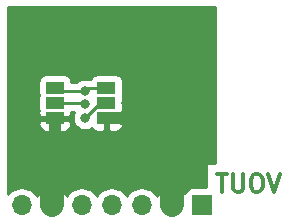
<source format=gbr>
G04 #@! TF.GenerationSoftware,KiCad,Pcbnew,(5.1.4)-1*
G04 #@! TF.CreationDate,2019-12-05T12:54:36-06:00*
G04 #@! TF.ProjectId,LTC3388_v004,4c544333-3338-4385-9f76-3030342e6b69,rev?*
G04 #@! TF.SameCoordinates,Original*
G04 #@! TF.FileFunction,Copper,L2,Bot*
G04 #@! TF.FilePolarity,Positive*
%FSLAX46Y46*%
G04 Gerber Fmt 4.6, Leading zero omitted, Abs format (unit mm)*
G04 Created by KiCad (PCBNEW (5.1.4)-1) date 2019-12-05 12:54:36*
%MOMM*%
%LPD*%
G04 APERTURE LIST*
%ADD10C,0.300000*%
%ADD11R,1.700000X1.700000*%
%ADD12O,1.700000X1.700000*%
%ADD13R,1.500000X1.000000*%
%ADD14C,2.500000*%
%ADD15C,0.800000*%
%ADD16C,0.250000*%
%ADD17C,1.000000*%
%ADD18C,2.000000*%
%ADD19C,0.254000*%
G04 APERTURE END LIST*
D10*
X171679857Y-106366571D02*
X171179857Y-107866571D01*
X170679857Y-106366571D01*
X169894142Y-106366571D02*
X169608428Y-106366571D01*
X169465571Y-106438000D01*
X169322714Y-106580857D01*
X169251285Y-106866571D01*
X169251285Y-107366571D01*
X169322714Y-107652285D01*
X169465571Y-107795142D01*
X169608428Y-107866571D01*
X169894142Y-107866571D01*
X170037000Y-107795142D01*
X170179857Y-107652285D01*
X170251285Y-107366571D01*
X170251285Y-106866571D01*
X170179857Y-106580857D01*
X170037000Y-106438000D01*
X169894142Y-106366571D01*
X168608428Y-106366571D02*
X168608428Y-107580857D01*
X168537000Y-107723714D01*
X168465571Y-107795142D01*
X168322714Y-107866571D01*
X168037000Y-107866571D01*
X167894142Y-107795142D01*
X167822714Y-107723714D01*
X167751285Y-107580857D01*
X167751285Y-106366571D01*
X167251285Y-106366571D02*
X166394142Y-106366571D01*
X166822714Y-107866571D02*
X166822714Y-106366571D01*
D11*
X165100000Y-108966000D03*
D12*
X162560000Y-108966000D03*
X160020000Y-108966000D03*
X157480000Y-108966000D03*
X154940000Y-108966000D03*
X152400000Y-108966000D03*
X149860000Y-108966000D03*
D13*
X152654000Y-99030000D03*
X152654000Y-100330000D03*
X152654000Y-101630000D03*
X157022800Y-101630000D03*
X157022800Y-100330000D03*
X157022800Y-99030000D03*
D14*
X159512000Y-100330000D03*
D15*
X155194000Y-99314000D03*
X155194000Y-101600000D03*
X155194000Y-100414010D03*
D16*
X153670000Y-107950000D02*
X155448000Y-106172000D01*
X155448000Y-106172000D02*
X159512000Y-106172000D01*
D17*
X157226000Y-101630000D02*
X158212000Y-101630000D01*
D16*
X158212000Y-101630000D02*
X158241500Y-101659500D01*
X158241500Y-101659500D02*
X158296800Y-101659500D01*
D17*
X158296800Y-101659500D02*
X159512000Y-100444300D01*
D16*
X159512000Y-100444300D02*
X159512000Y-100330000D01*
X159512000Y-100330000D02*
X159512000Y-106172000D01*
X159512000Y-106172000D02*
X161861500Y-106172000D01*
D18*
X162560000Y-106870500D02*
X162560000Y-108966000D01*
D16*
X161861500Y-106172000D02*
X162560000Y-106870500D01*
D18*
X152400000Y-108966000D02*
X152400000Y-104902000D01*
D17*
X152654000Y-104648000D02*
X152654000Y-101630000D01*
D16*
X152400000Y-104902000D02*
X152654000Y-104648000D01*
X155478000Y-99030000D02*
X155194000Y-99314000D01*
X157226000Y-99030000D02*
X155478000Y-99030000D01*
X152938000Y-99314000D02*
X152654000Y-99030000D01*
X155194000Y-99314000D02*
X152938000Y-99314000D01*
X156464000Y-100330000D02*
X155194000Y-101600000D01*
X157022800Y-100330000D02*
X156464000Y-100330000D01*
X155109990Y-100330000D02*
X155194000Y-100414010D01*
X152654000Y-100330000D02*
X155109990Y-100330000D01*
D19*
G36*
X166243000Y-105398000D02*
G01*
X165466286Y-105398000D01*
X165466286Y-107477928D01*
X164250000Y-107477928D01*
X164125518Y-107490188D01*
X164005820Y-107526498D01*
X163895506Y-107585463D01*
X163798815Y-107664815D01*
X163719463Y-107761506D01*
X163660498Y-107871820D01*
X163636034Y-107952466D01*
X163560269Y-107868412D01*
X163326920Y-107694359D01*
X163064099Y-107569175D01*
X162916890Y-107524524D01*
X162687000Y-107645845D01*
X162687000Y-108839000D01*
X162707000Y-108839000D01*
X162707000Y-109093000D01*
X162687000Y-109093000D01*
X162687000Y-109113000D01*
X162433000Y-109113000D01*
X162433000Y-109093000D01*
X162413000Y-109093000D01*
X162413000Y-108839000D01*
X162433000Y-108839000D01*
X162433000Y-107645845D01*
X162203110Y-107524524D01*
X162055901Y-107569175D01*
X161793080Y-107694359D01*
X161559731Y-107868412D01*
X161364822Y-108084645D01*
X161295201Y-108201523D01*
X161260706Y-108136986D01*
X161075134Y-107910866D01*
X160849014Y-107725294D01*
X160591034Y-107587401D01*
X160311111Y-107502487D01*
X160092950Y-107481000D01*
X159947050Y-107481000D01*
X159728889Y-107502487D01*
X159448966Y-107587401D01*
X159190986Y-107725294D01*
X158964866Y-107910866D01*
X158779294Y-108136986D01*
X158750000Y-108191791D01*
X158720706Y-108136986D01*
X158535134Y-107910866D01*
X158309014Y-107725294D01*
X158051034Y-107587401D01*
X157771111Y-107502487D01*
X157552950Y-107481000D01*
X157407050Y-107481000D01*
X157188889Y-107502487D01*
X156908966Y-107587401D01*
X156650986Y-107725294D01*
X156424866Y-107910866D01*
X156239294Y-108136986D01*
X156210000Y-108191791D01*
X156180706Y-108136986D01*
X155995134Y-107910866D01*
X155769014Y-107725294D01*
X155511034Y-107587401D01*
X155231111Y-107502487D01*
X155012950Y-107481000D01*
X154867050Y-107481000D01*
X154648889Y-107502487D01*
X154368966Y-107587401D01*
X154110986Y-107725294D01*
X153884866Y-107910866D01*
X153699294Y-108136986D01*
X153664799Y-108201523D01*
X153595178Y-108084645D01*
X153400269Y-107868412D01*
X153166920Y-107694359D01*
X152904099Y-107569175D01*
X152756890Y-107524524D01*
X152527000Y-107645845D01*
X152527000Y-108839000D01*
X152547000Y-108839000D01*
X152547000Y-109093000D01*
X152527000Y-109093000D01*
X152527000Y-109113000D01*
X152273000Y-109113000D01*
X152273000Y-109093000D01*
X152253000Y-109093000D01*
X152253000Y-108839000D01*
X152273000Y-108839000D01*
X152273000Y-107645845D01*
X152043110Y-107524524D01*
X151895901Y-107569175D01*
X151633080Y-107694359D01*
X151399731Y-107868412D01*
X151204822Y-108084645D01*
X151135201Y-108201523D01*
X151100706Y-108136986D01*
X150915134Y-107910866D01*
X150689014Y-107725294D01*
X150431034Y-107587401D01*
X150151111Y-107502487D01*
X149932950Y-107481000D01*
X149787050Y-107481000D01*
X149568889Y-107502487D01*
X149288966Y-107587401D01*
X149030986Y-107725294D01*
X148804866Y-107910866D01*
X148717000Y-108017931D01*
X148717000Y-102130000D01*
X151265928Y-102130000D01*
X151278188Y-102254482D01*
X151314498Y-102374180D01*
X151373463Y-102484494D01*
X151452815Y-102581185D01*
X151549506Y-102660537D01*
X151659820Y-102719502D01*
X151779518Y-102755812D01*
X151904000Y-102768072D01*
X152368250Y-102765000D01*
X152527000Y-102606250D01*
X152527000Y-101757000D01*
X152781000Y-101757000D01*
X152781000Y-102606250D01*
X152939750Y-102765000D01*
X153404000Y-102768072D01*
X153528482Y-102755812D01*
X153648180Y-102719502D01*
X153758494Y-102660537D01*
X153855185Y-102581185D01*
X153934537Y-102484494D01*
X153993502Y-102374180D01*
X154029812Y-102254482D01*
X154042072Y-102130000D01*
X154039000Y-101915750D01*
X153880250Y-101757000D01*
X152781000Y-101757000D01*
X152527000Y-101757000D01*
X151427750Y-101757000D01*
X151269000Y-101915750D01*
X151265928Y-102130000D01*
X148717000Y-102130000D01*
X148717000Y-98530000D01*
X151265928Y-98530000D01*
X151265928Y-99530000D01*
X151278188Y-99654482D01*
X151285929Y-99680000D01*
X151278188Y-99705518D01*
X151265928Y-99830000D01*
X151265928Y-100830000D01*
X151278188Y-100954482D01*
X151285929Y-100980000D01*
X151278188Y-101005518D01*
X151265928Y-101130000D01*
X151269000Y-101344250D01*
X151427750Y-101503000D01*
X152527000Y-101503000D01*
X152527000Y-101483000D01*
X152781000Y-101483000D01*
X152781000Y-101503000D01*
X153880250Y-101503000D01*
X154039000Y-101344250D01*
X154042072Y-101130000D01*
X154038132Y-101090000D01*
X154289987Y-101090000D01*
X154276795Y-101109744D01*
X154198774Y-101298102D01*
X154159000Y-101498061D01*
X154159000Y-101701939D01*
X154198774Y-101901898D01*
X154276795Y-102090256D01*
X154390063Y-102259774D01*
X154534226Y-102403937D01*
X154703744Y-102517205D01*
X154892102Y-102595226D01*
X155092061Y-102635000D01*
X155295939Y-102635000D01*
X155495898Y-102595226D01*
X155684256Y-102517205D01*
X155739881Y-102480038D01*
X155742263Y-102484494D01*
X155821615Y-102581185D01*
X155918306Y-102660537D01*
X156028620Y-102719502D01*
X156148318Y-102755812D01*
X156272800Y-102768072D01*
X156737050Y-102765000D01*
X156895800Y-102606250D01*
X156895800Y-101757000D01*
X157149800Y-101757000D01*
X157149800Y-102606250D01*
X157308550Y-102765000D01*
X157772800Y-102768072D01*
X157897282Y-102755812D01*
X158016980Y-102719502D01*
X158127294Y-102660537D01*
X158223985Y-102581185D01*
X158303337Y-102484494D01*
X158362302Y-102374180D01*
X158398612Y-102254482D01*
X158410872Y-102130000D01*
X158407800Y-101915750D01*
X158249050Y-101757000D01*
X157149800Y-101757000D01*
X156895800Y-101757000D01*
X156875800Y-101757000D01*
X156875800Y-101503000D01*
X156895800Y-101503000D01*
X156895800Y-101483000D01*
X157149800Y-101483000D01*
X157149800Y-101503000D01*
X158249050Y-101503000D01*
X158407800Y-101344250D01*
X158410872Y-101130000D01*
X158398612Y-101005518D01*
X158390871Y-100980000D01*
X158398612Y-100954482D01*
X158410872Y-100830000D01*
X158410872Y-99830000D01*
X158398612Y-99705518D01*
X158390871Y-99680000D01*
X158398612Y-99654482D01*
X158410872Y-99530000D01*
X158410872Y-98530000D01*
X158398612Y-98405518D01*
X158362302Y-98285820D01*
X158303337Y-98175506D01*
X158223985Y-98078815D01*
X158127294Y-97999463D01*
X158016980Y-97940498D01*
X157897282Y-97904188D01*
X157772800Y-97891928D01*
X156272800Y-97891928D01*
X156148318Y-97904188D01*
X156028620Y-97940498D01*
X155918306Y-97999463D01*
X155821615Y-98078815D01*
X155742263Y-98175506D01*
X155691754Y-98270000D01*
X155515325Y-98270000D01*
X155478000Y-98266324D01*
X155440675Y-98270000D01*
X155440667Y-98270000D01*
X155329014Y-98280997D01*
X155319891Y-98283764D01*
X155295939Y-98279000D01*
X155092061Y-98279000D01*
X154892102Y-98318774D01*
X154703744Y-98396795D01*
X154534226Y-98510063D01*
X154490289Y-98554000D01*
X154042072Y-98554000D01*
X154042072Y-98530000D01*
X154029812Y-98405518D01*
X153993502Y-98285820D01*
X153934537Y-98175506D01*
X153855185Y-98078815D01*
X153758494Y-97999463D01*
X153648180Y-97940498D01*
X153528482Y-97904188D01*
X153404000Y-97891928D01*
X151904000Y-97891928D01*
X151779518Y-97904188D01*
X151659820Y-97940498D01*
X151549506Y-97999463D01*
X151452815Y-98078815D01*
X151373463Y-98175506D01*
X151314498Y-98285820D01*
X151278188Y-98405518D01*
X151265928Y-98530000D01*
X148717000Y-98530000D01*
X148717000Y-92202000D01*
X166243000Y-92202000D01*
X166243000Y-105398000D01*
X166243000Y-105398000D01*
G37*
X166243000Y-105398000D02*
X165466286Y-105398000D01*
X165466286Y-107477928D01*
X164250000Y-107477928D01*
X164125518Y-107490188D01*
X164005820Y-107526498D01*
X163895506Y-107585463D01*
X163798815Y-107664815D01*
X163719463Y-107761506D01*
X163660498Y-107871820D01*
X163636034Y-107952466D01*
X163560269Y-107868412D01*
X163326920Y-107694359D01*
X163064099Y-107569175D01*
X162916890Y-107524524D01*
X162687000Y-107645845D01*
X162687000Y-108839000D01*
X162707000Y-108839000D01*
X162707000Y-109093000D01*
X162687000Y-109093000D01*
X162687000Y-109113000D01*
X162433000Y-109113000D01*
X162433000Y-109093000D01*
X162413000Y-109093000D01*
X162413000Y-108839000D01*
X162433000Y-108839000D01*
X162433000Y-107645845D01*
X162203110Y-107524524D01*
X162055901Y-107569175D01*
X161793080Y-107694359D01*
X161559731Y-107868412D01*
X161364822Y-108084645D01*
X161295201Y-108201523D01*
X161260706Y-108136986D01*
X161075134Y-107910866D01*
X160849014Y-107725294D01*
X160591034Y-107587401D01*
X160311111Y-107502487D01*
X160092950Y-107481000D01*
X159947050Y-107481000D01*
X159728889Y-107502487D01*
X159448966Y-107587401D01*
X159190986Y-107725294D01*
X158964866Y-107910866D01*
X158779294Y-108136986D01*
X158750000Y-108191791D01*
X158720706Y-108136986D01*
X158535134Y-107910866D01*
X158309014Y-107725294D01*
X158051034Y-107587401D01*
X157771111Y-107502487D01*
X157552950Y-107481000D01*
X157407050Y-107481000D01*
X157188889Y-107502487D01*
X156908966Y-107587401D01*
X156650986Y-107725294D01*
X156424866Y-107910866D01*
X156239294Y-108136986D01*
X156210000Y-108191791D01*
X156180706Y-108136986D01*
X155995134Y-107910866D01*
X155769014Y-107725294D01*
X155511034Y-107587401D01*
X155231111Y-107502487D01*
X155012950Y-107481000D01*
X154867050Y-107481000D01*
X154648889Y-107502487D01*
X154368966Y-107587401D01*
X154110986Y-107725294D01*
X153884866Y-107910866D01*
X153699294Y-108136986D01*
X153664799Y-108201523D01*
X153595178Y-108084645D01*
X153400269Y-107868412D01*
X153166920Y-107694359D01*
X152904099Y-107569175D01*
X152756890Y-107524524D01*
X152527000Y-107645845D01*
X152527000Y-108839000D01*
X152547000Y-108839000D01*
X152547000Y-109093000D01*
X152527000Y-109093000D01*
X152527000Y-109113000D01*
X152273000Y-109113000D01*
X152273000Y-109093000D01*
X152253000Y-109093000D01*
X152253000Y-108839000D01*
X152273000Y-108839000D01*
X152273000Y-107645845D01*
X152043110Y-107524524D01*
X151895901Y-107569175D01*
X151633080Y-107694359D01*
X151399731Y-107868412D01*
X151204822Y-108084645D01*
X151135201Y-108201523D01*
X151100706Y-108136986D01*
X150915134Y-107910866D01*
X150689014Y-107725294D01*
X150431034Y-107587401D01*
X150151111Y-107502487D01*
X149932950Y-107481000D01*
X149787050Y-107481000D01*
X149568889Y-107502487D01*
X149288966Y-107587401D01*
X149030986Y-107725294D01*
X148804866Y-107910866D01*
X148717000Y-108017931D01*
X148717000Y-102130000D01*
X151265928Y-102130000D01*
X151278188Y-102254482D01*
X151314498Y-102374180D01*
X151373463Y-102484494D01*
X151452815Y-102581185D01*
X151549506Y-102660537D01*
X151659820Y-102719502D01*
X151779518Y-102755812D01*
X151904000Y-102768072D01*
X152368250Y-102765000D01*
X152527000Y-102606250D01*
X152527000Y-101757000D01*
X152781000Y-101757000D01*
X152781000Y-102606250D01*
X152939750Y-102765000D01*
X153404000Y-102768072D01*
X153528482Y-102755812D01*
X153648180Y-102719502D01*
X153758494Y-102660537D01*
X153855185Y-102581185D01*
X153934537Y-102484494D01*
X153993502Y-102374180D01*
X154029812Y-102254482D01*
X154042072Y-102130000D01*
X154039000Y-101915750D01*
X153880250Y-101757000D01*
X152781000Y-101757000D01*
X152527000Y-101757000D01*
X151427750Y-101757000D01*
X151269000Y-101915750D01*
X151265928Y-102130000D01*
X148717000Y-102130000D01*
X148717000Y-98530000D01*
X151265928Y-98530000D01*
X151265928Y-99530000D01*
X151278188Y-99654482D01*
X151285929Y-99680000D01*
X151278188Y-99705518D01*
X151265928Y-99830000D01*
X151265928Y-100830000D01*
X151278188Y-100954482D01*
X151285929Y-100980000D01*
X151278188Y-101005518D01*
X151265928Y-101130000D01*
X151269000Y-101344250D01*
X151427750Y-101503000D01*
X152527000Y-101503000D01*
X152527000Y-101483000D01*
X152781000Y-101483000D01*
X152781000Y-101503000D01*
X153880250Y-101503000D01*
X154039000Y-101344250D01*
X154042072Y-101130000D01*
X154038132Y-101090000D01*
X154289987Y-101090000D01*
X154276795Y-101109744D01*
X154198774Y-101298102D01*
X154159000Y-101498061D01*
X154159000Y-101701939D01*
X154198774Y-101901898D01*
X154276795Y-102090256D01*
X154390063Y-102259774D01*
X154534226Y-102403937D01*
X154703744Y-102517205D01*
X154892102Y-102595226D01*
X155092061Y-102635000D01*
X155295939Y-102635000D01*
X155495898Y-102595226D01*
X155684256Y-102517205D01*
X155739881Y-102480038D01*
X155742263Y-102484494D01*
X155821615Y-102581185D01*
X155918306Y-102660537D01*
X156028620Y-102719502D01*
X156148318Y-102755812D01*
X156272800Y-102768072D01*
X156737050Y-102765000D01*
X156895800Y-102606250D01*
X156895800Y-101757000D01*
X157149800Y-101757000D01*
X157149800Y-102606250D01*
X157308550Y-102765000D01*
X157772800Y-102768072D01*
X157897282Y-102755812D01*
X158016980Y-102719502D01*
X158127294Y-102660537D01*
X158223985Y-102581185D01*
X158303337Y-102484494D01*
X158362302Y-102374180D01*
X158398612Y-102254482D01*
X158410872Y-102130000D01*
X158407800Y-101915750D01*
X158249050Y-101757000D01*
X157149800Y-101757000D01*
X156895800Y-101757000D01*
X156875800Y-101757000D01*
X156875800Y-101503000D01*
X156895800Y-101503000D01*
X156895800Y-101483000D01*
X157149800Y-101483000D01*
X157149800Y-101503000D01*
X158249050Y-101503000D01*
X158407800Y-101344250D01*
X158410872Y-101130000D01*
X158398612Y-101005518D01*
X158390871Y-100980000D01*
X158398612Y-100954482D01*
X158410872Y-100830000D01*
X158410872Y-99830000D01*
X158398612Y-99705518D01*
X158390871Y-99680000D01*
X158398612Y-99654482D01*
X158410872Y-99530000D01*
X158410872Y-98530000D01*
X158398612Y-98405518D01*
X158362302Y-98285820D01*
X158303337Y-98175506D01*
X158223985Y-98078815D01*
X158127294Y-97999463D01*
X158016980Y-97940498D01*
X157897282Y-97904188D01*
X157772800Y-97891928D01*
X156272800Y-97891928D01*
X156148318Y-97904188D01*
X156028620Y-97940498D01*
X155918306Y-97999463D01*
X155821615Y-98078815D01*
X155742263Y-98175506D01*
X155691754Y-98270000D01*
X155515325Y-98270000D01*
X155478000Y-98266324D01*
X155440675Y-98270000D01*
X155440667Y-98270000D01*
X155329014Y-98280997D01*
X155319891Y-98283764D01*
X155295939Y-98279000D01*
X155092061Y-98279000D01*
X154892102Y-98318774D01*
X154703744Y-98396795D01*
X154534226Y-98510063D01*
X154490289Y-98554000D01*
X154042072Y-98554000D01*
X154042072Y-98530000D01*
X154029812Y-98405518D01*
X153993502Y-98285820D01*
X153934537Y-98175506D01*
X153855185Y-98078815D01*
X153758494Y-97999463D01*
X153648180Y-97940498D01*
X153528482Y-97904188D01*
X153404000Y-97891928D01*
X151904000Y-97891928D01*
X151779518Y-97904188D01*
X151659820Y-97940498D01*
X151549506Y-97999463D01*
X151452815Y-98078815D01*
X151373463Y-98175506D01*
X151314498Y-98285820D01*
X151278188Y-98405518D01*
X151265928Y-98530000D01*
X148717000Y-98530000D01*
X148717000Y-92202000D01*
X166243000Y-92202000D01*
X166243000Y-105398000D01*
M02*

</source>
